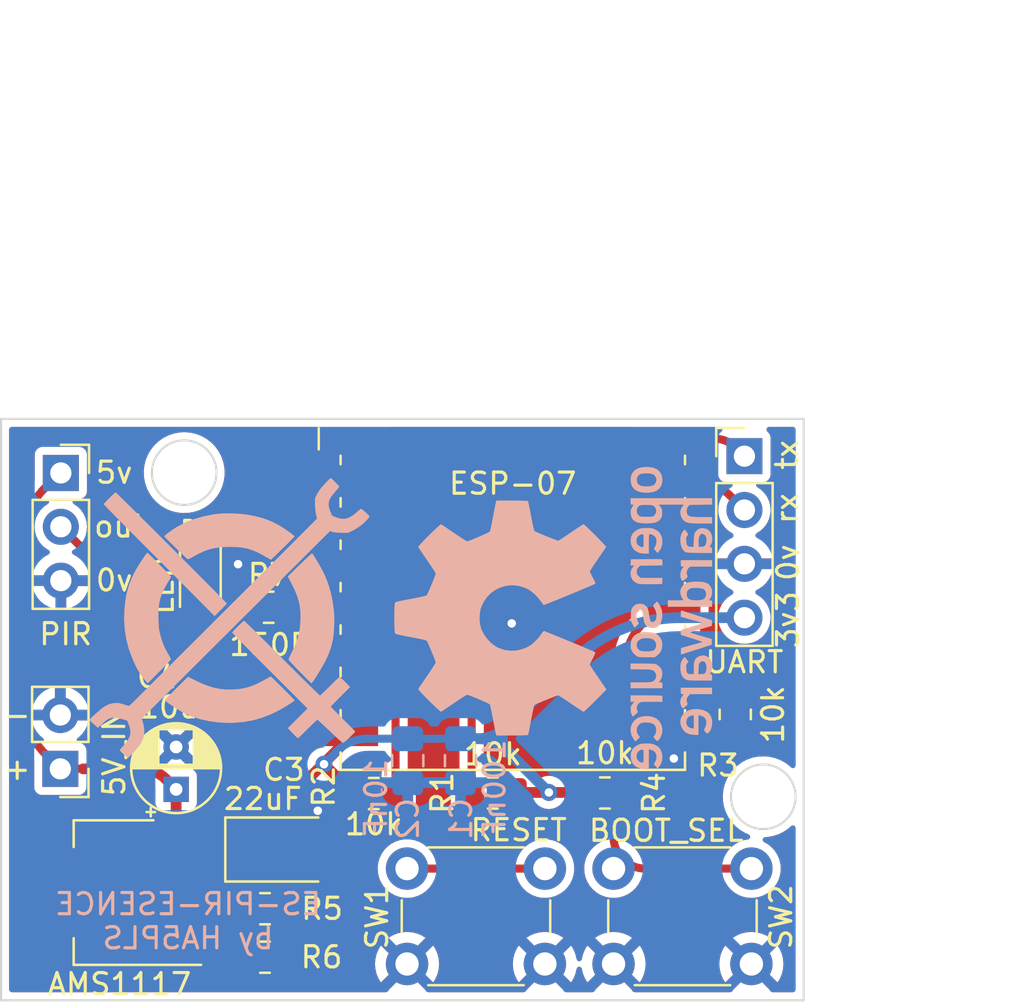
<source format=kicad_pcb>
(kicad_pcb (version 20211014) (generator pcbnew)
  (layers (0 "F.Cu" signal) (31 "B.Cu" signal) (34 "B.Paste" user) (35 "F.Paste" user) (36 "B.SilkS" user "B.Silkscreen") (37 "F.SilkS" user "F.Silkscreen") (38 "B.Mask" user) (39 "F.Mask" user) (44 "Edge.Cuts" user))
  (net 0 "")
  (net 1 "+3V3")
  (net 2 "GND")
  (net 3 "+5V")
  (net 4 "RX")
  (net 5 "TX")
  (net 6 "SENS_OUT")
  (net 7 "{slash}RST")
  (net 8 "Net-(R2-Pad2)")
  (net 9 "Net-(R3-Pad1)")
  (net 10 "BOOT")
  (net 11 "Net-(R5-Pad2)")
  (net 18 "LED")
  (net 19 "Net-(D1-Pad2)")
  (footprint "Resistor_SMD:R_0805_2012Metric_Pad1.20x1.40mm_HandSolder" (layer "F.Cu") (at 66.8274 59.309)
    (fp_text reference "R4" (at 2.3114 0 90) (layer "F.SilkS"))
    (fp_text value "10k" (at 0 -1.8796) (layer "F.SilkS"))
    (pad "1" smd roundrect (at -1 0) (size 1.2 1.4) (layers "F.Cu" "F.Paste" "F.Mask") (roundrect_rratio 0.2083333333) (net 1 "+3V3"))
    (pad "2" smd roundrect (at 1 0) (size 1.2 1.4) (layers "F.Cu" "F.Paste" "F.Mask") (roundrect_rratio 0.2083333333) (net 10 "BOOT"))
  )
  (footprint "Resistor_SMD:R_0805_2012Metric_Pad1.20x1.40mm_HandSolder" (layer "F.Cu") (at 50.8 64.77 180)
    (fp_text reference "R5" (at -2.6924 0) (layer "F.SilkS"))
    (fp_text value "?" hide)
    (pad "1" smd roundrect (at -1 0 180) (size 1.2 1.4) (layers "F.Cu" "F.Paste" "F.Mask") (roundrect_rratio 0.2083333333) (net 1 "+3V3"))
    (pad "2" smd roundrect (at 1 0 180) (size 1.2 1.4) (layers "F.Cu" "F.Paste" "F.Mask") (roundrect_rratio 0.2083333333) (net 11 "Net-(R5-Pad2)"))
  )
  (footprint "Resistor_SMD:R_0805_2012Metric_Pad1.20x1.40mm_HandSolder" (layer "F.Cu") (at 61.5442 59.309 180)
    (fp_text reference "R1" (at 2.3876 0 90) (layer "F.SilkS"))
    (fp_text value "10k" (at 0 1.8288) (layer "F.SilkS"))
    (pad "1" smd roundrect (at -1 0 180) (size 1.2 1.4) (layers "F.Cu" "F.Paste" "F.Mask") (roundrect_rratio 0.2083333333) (net 1 "+3V3"))
    (pad "2" smd roundrect (at 1 0 180) (size 1.2 1.4) (layers "F.Cu" "F.Paste" "F.Mask") (roundrect_rratio 0.2083333333) (net 7 "{slash}RST"))
  )
  (footprint "Capacitor_THT:CP_Radial_D4.0mm_P2.00mm" (layer "F.Cu") (at 46.609 59.1386 90)
    (fp_text reference "C4" (at 5.2906 -0.8636) (layer "F.SilkS"))
    (fp_text value "10uF" (at 3.8682 0.0762) (layer "F.SilkS"))
    (pad "1" thru_hole rect (at 0 0 90) (size 1.2 1.2) (drill 0.6) (layers *.Cu *.Mask) (net 3 "+5V"))
    (pad "2" thru_hole circle (at 2 0 90) (size 1.2 1.2) (drill 0.6) (layers *.Cu *.Mask) (net 2 "GND"))
  )
  (footprint "Connector_PinHeader_2.54mm:PinHeader_1x04_P2.54mm_Vertical" (layer "F.Cu") (at 73.406 43.4186)
    (fp_text reference "J1" hide)
    (fp_text value "UART" (at 0 9.7182) (layer "F.SilkS"))
    (pad "1" thru_hole rect (at 0 0) (size 1.7 1.7) (drill 1) (layers *.Cu *.Mask) (net 5 "TX"))
    (pad "2" thru_hole oval (at 0 2.54) (size 1.7 1.7) (drill 1) (layers *.Cu *.Mask) (net 4 "RX"))
    (pad "3" thru_hole oval (at 0 5.08) (size 1.7 1.7) (drill 1) (layers *.Cu *.Mask) (net 2 "GND"))
    (pad "4" thru_hole oval (at 0 7.62) (size 1.7 1.7) (drill 1) (layers *.Cu *.Mask) (net 1 "+3V3"))
  )
  (footprint "LED_SMD:LED_0805_2012Metric_Pad1.15x1.40mm_HandSolder" (layer "F.Cu") (at 47.752 49.53 -90)
    (fp_text reference "D1" (at -2.54 0) (layer "F.SilkS"))
    (fp_text value "LED" (at 0 1.778 90) (layer "F.SilkS"))
    (pad "1" smd roundrect (at -1.025 0 270) (size 1.15 1.4) (layers "F.Cu" "F.Paste" "F.Mask") (roundrect_rratio 0.2173913043) (net 2 "GND"))
    (pad "2" smd roundrect (at 1.024992 0 270) (size 1.15 1.4) (layers "F.Cu" "F.Paste" "F.Mask") (roundrect_rratio 0.2173913043) (net 19 "Net-(D1-Pad2)"))
  )
  (footprint "RF_Module:ESP-07" (layer "F.Cu") (at 62.484 47.498)
    (fp_text reference "U1" hide)
    (fp_text value "ESP-07" (at 0 -2.785008 180) (layer "F.SilkS"))
    (pad "1" smd rect (at -7.6 -4.9) (size 2.5 1) (layers "F.Cu" "F.Paste" "F.Mask") (net 7 "{slash}RST"))
    (pad "2" smd rect (at -7.6 -2.9) (size 2.5 1) (layers "F.Cu" "F.Paste" "F.Mask"))
    (pad "3" smd rect (at -7.6 -0.9) (size 2.5 1) (layers "F.Cu" "F.Paste" "F.Mask") (net 8 "Net-(R2-Pad2)"))
    (pad "4" smd rect (at -7.6 1.1) (size 2.5 1) (layers "F.Cu" "F.Paste" "F.Mask"))
    (pad "5" smd rect (at -7.6 3.1) (size 2.5 1) (layers "F.Cu" "F.Paste" "F.Mask") (net 18 "LED"))
    (pad "6" smd rect (at -7.6 5.1) (size 2.5 1) (layers "F.Cu" "F.Paste" "F.Mask") (net 6 "SENS_OUT"))
    (pad "7" smd rect (at -7.6 7.1) (size 2.5 1) (layers "F.Cu" "F.Paste" "F.Mask"))
    (pad "8" smd rect (at -7.6 9.1) (size 2.5 1) (layers "F.Cu" "F.Paste" "F.Mask") (net 1 "+3V3"))
    (pad "9" smd rect (at 7.6 9.1) (size 2.5 1) (layers "F.Cu" "F.Paste" "F.Mask") (net 2 "GND"))
    (pad "10" smd rect (at 7.6 7.1) (size 2.5 1) (layers "F.Cu" "F.Paste" "F.Mask") (net 9 "Net-(R3-Pad1)"))
    (pad "11" smd rect (at 7.6 5.1) (size 2.5 1) (layers "F.Cu" "F.Paste" "F.Mask"))
    (pad "12" smd rect (at 7.6 3.1) (size 2.5 1) (layers "F.Cu" "F.Paste" "F.Mask") (net 10 "BOOT"))
    (pad "13" smd rect (at 7.6 1.1) (size 2.5 1) (layers "F.Cu" "F.Paste" "F.Mask"))
    (pad "14" smd rect (at 7.6 -0.9) (size 2.5 1) (layers "F.Cu" "F.Paste" "F.Mask"))
    (pad "15" smd rect (at 7.6 -2.9) (size 2.5 1) (layers "F.Cu" "F.Paste" "F.Mask") (net 4 "RX"))
    (pad "16" smd rect (at 7.6 -4.9) (size 2.5 1) (layers "F.Cu" "F.Paste" "F.Mask") (net 5 "TX"))
    (zone (net 0) (net_name "") (layers *.Cu) (connect_pads (clearance 0)) (min_thickness 0.254)
      (keepout (tracks not_allowed) (vias not_allowed) (pads not_allowed) (copperpour not_allowed) (footprints not_allowed))
      (fill (thermal_gap 0.508) (thermal_bridge_width 0.508))
      (polygon (pts (xy 39.484 41.498) (xy 85.484 41.498) (xy 85.484 21.898) (xy 39.484 21.898)))
    )
  )
  (footprint "Button_Switch_THT:SW_PUSH_6mm" (layer "F.Cu") (at 67.235 62.8756)
    (fp_text reference "SW2" (at 7.8982 2.2754 90) (layer "F.SilkS"))
    (fp_text value "BOOT_SEL" (at 2.488 -1.7886) (layer "F.SilkS"))
    (pad "1" thru_hole circle (at 0 0 90) (size 2 2) (drill 1.1) (layers *.Cu *.Mask) (net 10 "BOOT"))
    (pad "1" thru_hole circle (at 6.5 0 90) (size 2 2) (drill 1.1) (layers *.Cu *.Mask) (net 10 "BOOT"))
    (pad "2" thru_hole circle (at 6.5 4.5 90) (size 2 2) (drill 1.1) (layers *.Cu *.Mask) (net 2 "GND"))
    (pad "2" thru_hole circle (at 0 4.5 90) (size 2 2) (drill 1.1) (layers *.Cu *.Mask) (net 2 "GND"))
  )
  (footprint "Capacitor_Tantalum_SMD:CP_EIA-3528-21_Kemet-B_Pad1.50x2.35mm_HandSolder" (layer "F.Cu") (at 51.562 61.976)
    (fp_text reference "C3" (at 0.127 -3.7592) (layer "F.SilkS"))
    (fp_text value "22uF" (at -0.8636 -2.3876) (layer "F.SilkS"))
    (pad "1" smd roundrect (at -1.625 0) (size 1.5 2.35) (layers "F.Cu" "F.Paste" "F.Mask") (roundrect_rratio 0.1666673333) (net 1 "+3V3"))
    (pad "2" smd roundrect (at 1.625 0) (size 1.5 2.35) (layers "F.Cu" "F.Paste" "F.Mask") (roundrect_rratio 0.1666673333) (net 2 "GND"))
  )
  (footprint "Button_Switch_THT:SW_PUSH_6mm" (layer "F.Cu") (at 57.4978 62.8756)
    (fp_text reference "SW1" (at -1.4146 2.2754 90) (layer "F.SilkS"))
    (fp_text value "RESET" (at 5.2656 -1.814) (layer "F.SilkS"))
    (pad "1" thru_hole circle (at 0 0 90) (size 2 2) (drill 1.1) (layers *.Cu *.Mask) (net 7 "{slash}RST"))
    (pad "1" thru_hole circle (at 6.5 0 90) (size 2 2) (drill 1.1) (layers *.Cu *.Mask) (net 7 "{slash}RST"))
    (pad "2" thru_hole circle (at 6.5 4.5 90) (size 2 2) (drill 1.1) (layers *.Cu *.Mask) (net 2 "GND"))
    (pad "2" thru_hole circle (at 0 4.5 90) (size 2 2) (drill 1.1) (layers *.Cu *.Mask) (net 2 "GND"))
  )
  (footprint "Connector_PinSocket_2.54mm:PinSocket_1x03_P2.54mm_Vertical" (layer "F.Cu") (at 41.173 44.211)
    (fp_text reference "J3" hide)
    (fp_text value "PIR" (at 0.229 7.605 180) (layer "F.SilkS"))
    (pad "1" thru_hole rect (at 0 0) (size 1.7 1.7) (drill 1) (layers *.Cu *.Mask) (net 3 "+5V"))
    (pad "2" thru_hole oval (at 0 2.54) (size 1.7 1.7) (drill 1) (layers *.Cu *.Mask) (net 6 "SENS_OUT"))
    (pad "3" thru_hole oval (at 0 5.08) (size 1.7 1.7) (drill 1) (layers *.Cu *.Mask) (net 2 "GND"))
  )
  (footprint "Resistor_SMD:R_0805_2012Metric_Pad1.20x1.40mm_HandSolder" (layer "F.Cu") (at 72.9742 55.6006 -90)
    (fp_text reference "R3" (at 2.413 0.8128 180) (layer "F.SilkS"))
    (fp_text value "10k" (at 0 -1.778 90) (layer "F.SilkS"))
    (pad "1" smd roundrect (at -1 0 270) (size 1.2 1.4) (layers "F.Cu" "F.Paste" "F.Mask") (roundrect_rratio 0.2083333333) (net 9 "Net-(R3-Pad1)"))
    (pad "2" smd roundrect (at 1 0 270) (size 1.2 1.4) (layers "F.Cu" "F.Paste" "F.Mask") (roundrect_rratio 0.2083333333) (net 2 "GND"))
  )
  (footprint "Resistor_SMD:R_0805_2012Metric_Pad1.20x1.40mm_HandSolder" (layer "F.Cu") (at 55.9308 59.3344)
    (fp_text reference "R2" (at -2.3622 -0.3302 90) (layer "F.SilkS"))
    (fp_text value "10k" (at 0 1.4478) (layer "F.SilkS"))
    (pad "1" smd roundrect (at -1 0) (size 1.2 1.4) (layers "F.Cu" "F.Paste" "F.Mask") (roundrect_rratio 0.2083333333) (net 1 "+3V3"))
    (pad "2" smd roundrect (at 1 0) (size 1.2 1.4) (layers "F.Cu" "F.Paste" "F.Mask") (roundrect_rratio 0.2083333333) (net 8 "Net-(R2-Pad2)"))
  )
  (footprint "Package_TO_SOT_SMD:SOT-223-3_TabPin2" (layer "F.Cu") (at 43.688 64.008 180)
    (fp_text reference "U2" hide)
    (fp_text value "AMS1117" (at -0.254 -4.318) (layer "F.SilkS"))
    (pad "1" smd rect (at -3.15 -2.3 180) (size 2 1.5) (layers "F.Cu" "F.Paste" "F.Mask") (net 11 "Net-(R5-Pad2)"))
    (pad "2" smd rect (at -3.15 0 180) (size 2 1.5) (layers "F.Cu" "F.Paste" "F.Mask") (net 1 "+3V3"))
    (pad "2" smd rect (at 3.15 0 180) (size 2 3.8) (layers "F.Cu" "F.Paste" "F.Mask") (net 1 "+3V3"))
    (pad "3" smd rect (at -3.15 2.3 180) (size 2 1.5) (layers "F.Cu" "F.Paste" "F.Mask") (net 3 "+5V"))
  )
  (footprint "Resistor_SMD:R_0805_2012Metric_Pad1.20x1.40mm_HandSolder" (layer "F.Cu") (at 50.8 67.056)
    (fp_text reference "R6" (at 2.667 0) (layer "F.SilkS"))
    (fp_text value "?" hide)
    (pad "1" smd roundrect (at -1 0) (size 1.2 1.4) (layers "F.Cu" "F.Paste" "F.Mask") (roundrect_rratio 0.2083333333) (net 11 "Net-(R5-Pad2)"))
    (pad "2" smd roundrect (at 1 0) (size 1.2 1.4) (layers "F.Cu" "F.Paste" "F.Mask") (roundrect_rratio 0.2083333333) (net 2 "GND"))
  )
  (footprint "Resistor_SMD:R_0805_2012Metric_Pad1.20x1.40mm_HandSolder" (layer "F.Cu") (at 50.973 50.546 180)
    (fp_text reference "R7" (at 0 1.524) (layer "F.SilkS"))
    (fp_text value "150R" (at -0.081 -1.778) (layer "F.SilkS"))
    (pad "1" smd roundrect (at -1 0 180) (size 1.2 1.4) (layers "F.Cu" "F.Paste" "F.Mask") (roundrect_rratio 0.2083333333) (net 18 "LED"))
    (pad "2" smd roundrect (at 0.999999 0 180) (size 1.2 1.4) (layers "F.Cu" "F.Paste" "F.Mask") (roundrect_rratio 0.2083333333) (net 19 "Net-(D1-Pad2)"))
  )
  (footprint "Connector_PinHeader_2.54mm:PinHeader_1x02_P2.54mm_Vertical" (layer "F.Cu") (at 41.148 58.171 180)
    (fp_text reference "J2" hide)
    (fp_text value "5V_IN" (at -2.54 0.767 90) (layer "F.SilkS"))
    (pad "1" thru_hole rect (at 0 0 180) (size 1.7 1.7) (drill 1) (layers *.Cu *.Mask) (net 3 "+5V"))
    (pad "2" thru_hole oval (at 0 2.54 180) (size 1.7 1.7) (drill 1) (layers *.Cu *.Mask) (net 2 "GND"))
  )
  (footprint "Capacitor_SMD:C_0805_2012Metric_Pad1.18x1.45mm_HandSolder" (layer "B.Cu") (at 60.0202 57.785 -90)
    (fp_text reference "C1" (at 2.7432 -0.0254 90) (layer "B.SilkS") (effects (justify mirror)))
    (fp_text value "100nF" (at 1.3208 -1.6002 90) (layer "B.SilkS") (effects (justify mirror)))
    (pad "1" smd roundrect (at -1.0375 0 270) (size 1.175 1.45) (layers "B.Cu" "B.Paste" "B.Mask") (roundrect_rratio 0.2127659574) (net 1 "+3V3"))
    (pad "2" smd roundrect (at 1.0375 0 270) (size 1.175 1.45) (layers "B.Cu" "B.Paste" "B.Mask") (roundrect_rratio 0.2127659574) (net 2 "GND"))
  )
  (footprint "LOGO" (layer "B.Cu") (at 49.1236 51.054 -90)
    (fp_text reference "G***" hide)
    (fp_text value "LOGO" hide)
  )
  (footprint "LOGO" (layer "B.Cu") (at 64.389 51.054 -90)
    (fp_text reference "G***" hide)
    (fp_text value "LOGO" hide)
  )
  (footprint "Capacitor_SMD:C_0805_2012Metric_Pad1.18x1.45mm_HandSolder" (layer "B.Cu") (at 57.531 57.785 -90)
    (fp_text reference "C2" (at 2.7432 0 90) (layer "B.SilkS") (effects (justify mirror)))
    (fp_text value "10nF" (at 1.7526 1.4986 90) (layer "B.SilkS") (effects (justify mirror)))
    (pad "1" smd roundrect (at -1.0375 0 270) (size 1.175 1.45) (layers "B.Cu" "B.Paste" "B.Mask") (roundrect_rratio 0.2127659574) (net 1 "+3V3"))
    (pad "2" smd roundrect (at 1.0375 0 270) (size 1.175 1.45) (layers "B.Cu" "B.Paste" "B.Mask") (roundrect_rratio 0.2127659574) (net 2 "GND"))
  )
  (gr_circle (center 46.99 44.196) (end 48.514 44.196) (layer "Edge.Cuts") (width 0.1) (fill none))
  (gr_line (start 76.2 69.088) (end 38.354 69.088) (layer "Edge.Cuts") (width 0.1))
  (gr_circle (center 74.295 59.4868) (end 75.819 59.4868) (layer "Edge.Cuts") (width 0.1) (fill none))
  (gr_line (start 38.354 41.656) (end 76.2 41.656) (layer "Edge.Cuts") (width 0.1))
  (gr_line (start 76.2 41.656) (end 76.2 69.088) (layer "Edge.Cuts") (width 0.1))
  (gr_line (start 38.354 69.088) (end 38.354 41.656) (layer "Edge.Cuts") (width 0.1))
  (gr_text "ES-PIR-ESENCE\nby HA5PLS" (at 47.1678 65.3542) (layer "B.SilkS") (effects (font (size 1 1)) (justify mirror)))
  (gr_text "tx" (at 75.4126 43.3578 90) (layer "F.SilkS") (effects (font (size 1 1))))
  (gr_text "rx" (at 75.4126 45.887792 90) (layer "F.SilkS") (effects (font (size 1 1))))
  (gr_text "+" (at 39.116 58.166) (layer "F.SilkS") (effects (font (size 1 1))))
  (gr_text "0v" (at 75.4634 48.4378 90) (layer "F.SilkS") (effects (font (size 1 1))))
  (gr_text "5v" (at 43.688 44.196) (layer "F.SilkS") (effects (font (size 1 1))))
  (gr_text "out" (at 43.942 46.736) (layer "F.SilkS") (effects (font (size 1 1))))
  (gr_text "3v3" (at 75.4634 51.1302 90) (layer "F.SilkS") (effects (font (size 1 1))))
  (gr_text "0v" (at 43.688 49.276) (layer "F.SilkS") (effects (font (size 1 1))))
  (gr_text "-" (at 39.116 55.626) (layer "F.SilkS") (effects (font (size 1 1))))
  (segment (start 49.937 61.7605) (end 49.937 62.1915) (width 0.508) (layer "F.Cu") (net 1))
  (segment (start 64.1858 59.2836) (end 65.8274 59.2836) (width 0.508) (layer "F.Cu") (net 1))
  (segment (start 64.1858 59.2836) (end 62.5442 59.2836) (width 0.508) (layer "F.Cu") (net 1))
  (segment (start 49.784618 62.128381) (end 48.282241 63.630758) (width 0.508) (layer "F.Cu") (net 1))
  (segment (start 52.892899 58.589099) (end 50.089381 61.392618) (width 0.508) (layer "F.Cu") (net 1))
  (segment (start 47.3715 64.008) (end 46.838 64.008) (width 0.508) (layer "F.Cu") (net 1))
  (segment (start 53.5813 57.9501) (end 54.9402 59.309) (width 0.508) (layer "F.Cu") (net 1))
  (segment (start 40.537994 64.008) (end 46.838006 64.008) (width 0.762) (layer "F.Cu") (net 1))
  (segment (start 50.266158 63.236158) (end 51.8 64.77) (width 0.508) (layer "F.Cu") (net 1))
  (segment (start 49.937 62.4415) (end 49.937 62.1915) (width 0.508) (layer "F.Cu") (net 1))
  (segment (start 53.5813 57.9501) (end 53.556611 57.925411) (width 0.508) (layer "F.Cu") (net 1))
  (segment (start 54.2203 57.2617) (end 54.884 56.598) (width 0.508) (layer "F.Cu") (net 1))
  (segment (start 54.2203 57.2617) (end 52.892899 58.589099) (width 0.508) (layer "F.Cu") (net 1))
  (via (at 53.5813 57.9501) (size 0.8) (drill 0.4) (layers "F.Cu" "B.Cu") (net 1))
  (via (at 64.1858 59.2836) (size 0.8) (drill 0.4) (layers "F.Cu" "B.Cu") (net 1))
  (arc (start 50.089381 61.392618) (mid 49.976602 61.561403) (end 49.937 61.7605) (width 0.508) (layer "F.Cu") (net 1))
  (arc (start 49.937 62.4415) (mid 50.022545 62.871565) (end 50.266158 63.236158) (width 0.508) (layer "F.Cu") (net 1))
  (arc (start 49.784618 62.128381) (mid 49.897397 61.959595) (end 49.937 61.7605) (width 0.508) (layer "F.Cu") (net 1))
  (arc (start 48.282241 63.630758) (mid 47.864389 63.909957) (end 47.3715 64.008) (width 0.508) (layer "F.Cu") (net 1))
  (arc (start 49.937 62.1915) (mid 49.881896 62.109031) (end 49.784618 62.128381) (width 0.508) (layer "F.Cu") (net 1))
  (segment (start 58.7756 56.7475) (end 60.0202 56.7475) (width 0.381) (layer "B.Cu") (net 1))
  (segment (start 56.2864 56.7475) (end 55.634266 56.7475) (width 0.381) (layer "B.Cu") (net 1))
  (segment (start 54.1826 57.3488) (end 53.5813 57.9501) (width 0.381) (layer "B.Cu") (net 1))
  (segment (start 62.225831 57.323631) (end 64.1858 59.2836) (width 0.508) (layer "B.Cu") (net 1))
  (segment (start 62.22583 56.171391) (end 65.220512 53.176695) (width 0.508) (layer "B.Cu") (net 1))
  (segment (start 70.382295 51.038608) (end 73.406 51.038608) (width 0.508) (layer "B.Cu") (net 1))
  (segment (start 60.834956 56.747512) (end 60.0202 56.747512) (width 0.508) (layer "B.Cu") (net 1))
  (segment (start 58.7756 56.7475) (end 56.2864 56.7475) (width 0.381) (layer "B.Cu") (net 1))
  (arc (start 60.834956 56.747512) (mid 61.587691 56.597782) (end 62.22583 56.171391) (width 0.508) (layer "B.Cu") (net 1))
  (arc (start 55.634266 56.7475) (mid 54.84863 56.903772) (end 54.1826 57.3488) (width 0.381) (layer "B.Cu") (net 1))
  (arc (start 62.22583 56.171391) (mid 61.987194 56.747511) (end 62.225831 57.323631) (width 0.508) (layer "B.Cu") (net 1))
  (arc (start 70.382295 51.038608) (mid 67.588757 51.594278) (end 65.220512 53.176695) (width 0.508) (layer "B.Cu") (net 1))
  (arc (start 62.225831 57.323631) (mid 61.587692 56.89724) (end 60.834956 56.747512) (width 0.508) (layer "B.Cu") (net 1))
  (via (at 53.2892 60.1472) (size 0.8) (drill 0.4) (layers "F.Cu" "B.Cu") (net 2))
  (via (at 49.53 48.514) (size 0.8) (drill 0.4) (layers "F.Cu" "B.Cu") (net 2))
  (via (at 70.0786 57.6834) (size 0.8) (drill 0.4) (layers "F.Cu" "B.Cu") (net 2))
  (via (at 62.4332 51.308) (size 0.8) (drill 0.4) (layers "F.Cu" "B.Cu") (net 2))
  (segment (start 46.609 59.822778) (end 46.609 61.317065) (width 0.508) (layer "F.Cu") (net 3))
  (segment (start 40.378494 44.965505) (end 41.132989 44.211011) (width 0.381) (layer "F.Cu") (net 3))
  (segment (start 41.173 44.211) (end 41.133 44.211) (width 0.25) (layer "F.Cu") (net 3))
  (segment (start 46.736 61.606) (end 46.838 61.708) (width 0.508) (layer "F.Cu") (net 3))
  (segment (start 46.723503 61.593501) (end 46.838006 61.708005) (width 0.508) (layer "F.Cu") (net 3))
  (segment (start 39.624 55.569373) (end 39.624 46.787016) (width 0.381) (layer "F.Cu") (net 3))
  (segment (start 42.22563 58.171004) (end 44.957224 58.171004) (width 0.508) (layer "F.Cu") (net 3))
  (arc (start 40.386 57.409004) (mid 41.230029 57.972966) (end 42.22563 58.171004) (width 0.381) (layer "F.Cu") (net 3))
  (arc (start 46.609 61.317065) (mid 46.638758 61.466671) (end 46.723503 61.593501) (width 0.508) (layer "F.Cu") (net 3))
  (arc (start 46.125206 58.654797) (mid 46.483266 59.190671) (end 46.609 59.822778) (width 0.508) (layer "F.Cu") (net 3))
  (arc (start 46.125206 58.654797) (mid 45.589331 58.296737) (end 44.957224 58.171004) (width 0.508) (layer "F.Cu") (net 3))
  (arc (start 39.624 55.569373) (mid 39.822037 56.564974) (end 40.386 57.409004) (width 0.381) (layer "F.Cu") (net 3))
  (arc (start 40.378494 44.965505) (mid 39.820086 45.801221) (end 39.624 46.787016) (width 0.381) (layer "F.Cu") (net 3))
  (segment (start 71.08331 44.598) (end 70.084 44.598) (width 0.381) (layer "F.Cu") (net 4))
  (segment (start 72.7257 45.2783) (end 73.406 45.9586) (width 0.381) (layer "F.Cu") (net 4))
  (arc (start 72.7257 45.2783) (mid 71.972165 44.774804) (end 71.08331 44.598) (width 0.381) (layer "F.Cu") (net 4))
  (segment (start 72.005148 42.598) (end 70.084 42.598) (width 0.381) (layer "F.Cu") (net 5))
  (segment (start 72.9957 43.0083) (end 73.406 43.4186) (width 0.381) (layer "F.Cu") (net 5))
  (arc (start 72.9957 43.0083) (mid 72.54123 42.704633) (end 72.005148 42.598) (width 0.381) (layer "F.Cu") (net 5))
  (segment (start 44.629301 50.207303) (end 41.172994 46.751011) (width 0.381) (layer "F.Cu") (net 6))
  (segment (start 50.400944 52.59799) (end 54.88399 52.59799) (width 0.381) (layer "F.Cu") (net 6))
  (arc (start 44.629301 50.207303) (mid 47.277354 51.97667) (end 50.400944 52.59799) (width 0.381) (layer "F.Cu") (net 6))
  (segment (start 60.5442 57.5136) (end 60.5442 50.889147) (width 0.381) (layer "F.Cu") (net 7))
  (segment (start 58.153509 45.117509) (end 55.899165 42.863165) (width 0.381) (layer "F.Cu") (net 7))
  (segment (start 60.45543 62.8756) (end 57.4978 62.8756) (width 0.381) (layer "F.Cu") (net 7))
  (segment (start 60.528969 62.8756) (end 63.9978 62.8756) (width 0.381) (layer "F.Cu") (net 7))
  (segment (start 55.259 42.598) (end 54.884 42.598) (width 0.381) (layer "F.Cu") (net 7))
  (segment (start 60.528969 62.8756) (end 60.45543 62.8756) (width 0.381) (layer "F.Cu") (net 7))
  (segment (start 60.5442 62.78683) (end 60.5442 61.0536) (width 0.381) (layer "F.Cu") (net 7))
  (segment (start 60.5442 57.5136) (end 60.5442 61.0536) (width 0.381) (layer "F.Cu") (net 7))
  (arc (start 60.5182 62.8496) (mid 60.514898 62.866197) (end 60.528969 62.8756) (width 0.381) (layer "F.Cu") (net 7))
  (arc (start 58.153509 45.117509) (mid 59.922879 47.765559) (end 60.5442 50.889147) (width 0.381) (layer "F.Cu") (net 7))
  (arc (start 55.899165 42.863165) (mid 55.605454 42.666914) (end 55.259 42.598) (width 0.381) (layer "F.Cu") (net 7))
  (arc (start 60.45543 62.8756) (mid 60.4894 62.868842) (end 60.5182 62.8496) (width 0.381) (layer "F.Cu") (net 7))
  (arc (start 60.5442 62.78683) (mid 60.537442 62.8208) (end 60.5182 62.8496) (width 0.381) (layer "F.Cu") (net 7))
  (segment (start 55.259 46.598) (end 54.884 46.598) (width 0.381) (layer "F.Cu") (net 8))
  (segment (start 56.9562 48.855136) (end 56.9562 59.309) (width 0.381) (layer "F.Cu") (net 8))
  (segment (start 56.2951 47.2591) (end 55.899165 46.863165) (width 0.381) (layer "F.Cu") (net 8))
  (arc (start 55.899165 46.863165) (mid 55.605454 46.666914) (end 55.259 46.598) (width 0.381) (layer "F.Cu") (net 8))
  (arc (start 56.2951 47.2591) (mid 56.784385 47.991367) (end 56.9562 48.855136) (width 0.381) (layer "F.Cu") (net 8))
  (segment (start 72.969761 54.598) (end 70.084 54.598) (width 0.381) (layer "F.Cu") (net 9))
  (segment (start 72.9729 54.5993) (end 72.9742 54.6006) (width 0.381) (layer "F.Cu") (net 9))
  (arc (start 72.9729 54.5993) (mid 72.971459 54.598337) (end 72.969761 54.598) (width 0.381) (layer "F.Cu") (net 9))
  (segment (start 68.7348 62.8756) (end 73.735 62.8756) (width 0.381) (layer "F.Cu") (net 10))
  (segment (start 69.068834 50.863165) (end 68.5807 51.3513) (width 0.381) (layer "F.Cu") (net 10))
  (segment (start 67.8274 53.169927) (end 67.8274 58.864709) (width 0.381) (layer "F.Cu") (net 10))
  (segment (start 69.709 50.598) (end 70.084 50.598) (width 0.381) (layer "F.Cu") (net 10))
  (segment (start 67.235 61.3758) (end 67.235 60.29489) (width 0.381) (layer "F.Cu") (net 10))
  (arc (start 67.8274 58.864709) (mid 67.75042 59.251713) (end 67.5312 59.5798) (width 0.381) (layer "F.Cu") (net 10))
  (arc (start 69.709 50.598) (mid 69.362544 50.666914) (end 69.068834 50.863165) (width 0.381) (layer "F.Cu") (net 10))
  (arc (start 67.235 61.3758) (mid 67.674281 62.436318) (end 68.7348 62.8756) (width 0.381) (layer "F.Cu") (net 10))
  (arc (start 68.5807 51.3513) (mid 68.023176 52.185693) (end 67.8274 53.169927) (width 0.381) (layer "F.Cu") (net 10))
  (arc (start 67.5312 59.5798) (mid 67.311979 59.907886) (end 67.235 60.29489) (width 0.381) (layer "F.Cu") (net 10))
  (segment (start 49.799 66.309) (end 49.798 66.308) (width 0.25) (layer "F.Cu") (net 11))
  (segment (start 49.800002 66.308587) (end 49.800002 66.311416) (width 0.508) (layer "F.Cu") (net 11))
  (segment (start 49.800002 66.311416) (end 49.800002 67.056) (width 0.508) (layer "F.Cu") (net 11))
  (segment (start 49.800002 66.308587) (end 49.800002 64.77) (width 0.508) (layer "F.Cu") (net 11))
  (segment (start 46.838006 66.307995) (end 49.797995 66.307995) (width 0.508) (layer "F.Cu") (net 11))
  (arc (start 49.799 66.309) (mid 49.799639 66.309127) (end 49.800002 66.308587) (width 0.25) (layer "F.Cu") (net 11))
  (arc (start 49.800002 66.311416) (mid 49.799741 66.310109) (end 49.799 66.309) (width 0.508) (layer "F.Cu") (net 11))
  (segment (start 51.999 50.572) (end 51.973 50.546) (width 0.381) (layer "F.Cu") (net 18))
  (segment (start 52.061769 50.598) (end 54.884 50.598) (width 0.381) (layer "F.Cu") (net 18))
  (arc (start 51.999 50.572) (mid 52.027798 50.591242) (end 52.061769 50.598) (width 0.381) (layer "F.Cu") (net 18))
  (segment (start 49.957636 50.555) (end 47.752 50.555) (width 0.381) (layer "F.Cu") (net 19))
  (segment (start 49.9685 50.5505) (end 49.973 50.546) (width 0.381) (layer "F.Cu") (net 19))
  (arc (start 49.9685 50.5505) (mid 49.963515 50.55383) (end 49.957636 50.555) (width 0.381) (layer "F.Cu") (net 19))
  (zone (net 2) (net_name "GND") (layers F&B.Cu) (connect_pads (clearance 0.381)) (min_thickness 0.254) (fill yes (thermal_gap 0.508) (thermal_bridge_width 0.508))
    (polygon (pts (xy 86.614 69.088) (xy 38.354 69.088) (xy 38.354 41.656) (xy 86.614 41.656)))
  )
)
</source>
